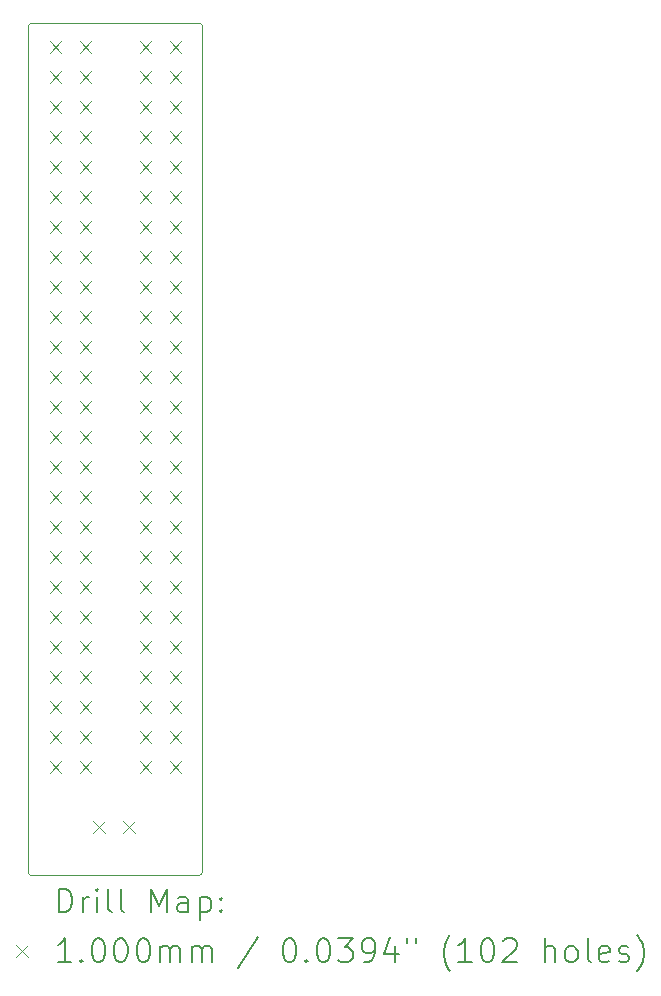
<source format=gbr>
%TF.GenerationSoftware,KiCad,Pcbnew,9.0.4*%
%TF.CreationDate,2025-11-09T10:18:44+13:00*%
%TF.ProjectId,AWS_CPU_Jumper,4157535f-4350-4555-9f4a-756d7065722e,rev?*%
%TF.SameCoordinates,Original*%
%TF.FileFunction,Drillmap*%
%TF.FilePolarity,Positive*%
%FSLAX45Y45*%
G04 Gerber Fmt 4.5, Leading zero omitted, Abs format (unit mm)*
G04 Created by KiCad (PCBNEW 9.0.4) date 2025-11-09 10:18:44*
%MOMM*%
%LPD*%
G01*
G04 APERTURE LIST*
%ADD10C,0.050000*%
%ADD11C,0.200000*%
%ADD12C,0.100000*%
G04 APERTURE END LIST*
D10*
X12242800Y-13614400D02*
G75*
G02*
X12217400Y-13589000I0J25400D01*
G01*
X13690600Y-13589000D02*
G75*
G02*
X13665200Y-13614400I-25400J0D01*
G01*
X12217400Y-6426200D02*
X12217400Y-13589000D01*
X12217400Y-6426200D02*
G75*
G02*
X12242800Y-6400800I25400J0D01*
G01*
X12242800Y-13614400D02*
X13665200Y-13614400D01*
X13690600Y-13589000D02*
X13690600Y-6426200D01*
X13665200Y-6400800D02*
X12242800Y-6400800D01*
X13665200Y-6400800D02*
G75*
G02*
X13690600Y-6426200I0J-25400D01*
G01*
D11*
D12*
X12396000Y-6554000D02*
X12496000Y-6654000D01*
X12496000Y-6554000D02*
X12396000Y-6654000D01*
X12396000Y-6808000D02*
X12496000Y-6908000D01*
X12496000Y-6808000D02*
X12396000Y-6908000D01*
X12396000Y-7062000D02*
X12496000Y-7162000D01*
X12496000Y-7062000D02*
X12396000Y-7162000D01*
X12396000Y-7316000D02*
X12496000Y-7416000D01*
X12496000Y-7316000D02*
X12396000Y-7416000D01*
X12396000Y-7570000D02*
X12496000Y-7670000D01*
X12496000Y-7570000D02*
X12396000Y-7670000D01*
X12396000Y-7824000D02*
X12496000Y-7924000D01*
X12496000Y-7824000D02*
X12396000Y-7924000D01*
X12396000Y-8078000D02*
X12496000Y-8178000D01*
X12496000Y-8078000D02*
X12396000Y-8178000D01*
X12396000Y-8332000D02*
X12496000Y-8432000D01*
X12496000Y-8332000D02*
X12396000Y-8432000D01*
X12396000Y-8586000D02*
X12496000Y-8686000D01*
X12496000Y-8586000D02*
X12396000Y-8686000D01*
X12396000Y-8840000D02*
X12496000Y-8940000D01*
X12496000Y-8840000D02*
X12396000Y-8940000D01*
X12396000Y-9094000D02*
X12496000Y-9194000D01*
X12496000Y-9094000D02*
X12396000Y-9194000D01*
X12396000Y-9348000D02*
X12496000Y-9448000D01*
X12496000Y-9348000D02*
X12396000Y-9448000D01*
X12396000Y-9602000D02*
X12496000Y-9702000D01*
X12496000Y-9602000D02*
X12396000Y-9702000D01*
X12396000Y-9856000D02*
X12496000Y-9956000D01*
X12496000Y-9856000D02*
X12396000Y-9956000D01*
X12396000Y-10110000D02*
X12496000Y-10210000D01*
X12496000Y-10110000D02*
X12396000Y-10210000D01*
X12396000Y-10364000D02*
X12496000Y-10464000D01*
X12496000Y-10364000D02*
X12396000Y-10464000D01*
X12396000Y-10618000D02*
X12496000Y-10718000D01*
X12496000Y-10618000D02*
X12396000Y-10718000D01*
X12396000Y-10872000D02*
X12496000Y-10972000D01*
X12496000Y-10872000D02*
X12396000Y-10972000D01*
X12396000Y-11126000D02*
X12496000Y-11226000D01*
X12496000Y-11126000D02*
X12396000Y-11226000D01*
X12396000Y-11380000D02*
X12496000Y-11480000D01*
X12496000Y-11380000D02*
X12396000Y-11480000D01*
X12396000Y-11634000D02*
X12496000Y-11734000D01*
X12496000Y-11634000D02*
X12396000Y-11734000D01*
X12396000Y-11888000D02*
X12496000Y-11988000D01*
X12496000Y-11888000D02*
X12396000Y-11988000D01*
X12396000Y-12142000D02*
X12496000Y-12242000D01*
X12496000Y-12142000D02*
X12396000Y-12242000D01*
X12396000Y-12396000D02*
X12496000Y-12496000D01*
X12496000Y-12396000D02*
X12396000Y-12496000D01*
X12396000Y-12650000D02*
X12496000Y-12750000D01*
X12496000Y-12650000D02*
X12396000Y-12750000D01*
X12650000Y-6554000D02*
X12750000Y-6654000D01*
X12750000Y-6554000D02*
X12650000Y-6654000D01*
X12650000Y-6808000D02*
X12750000Y-6908000D01*
X12750000Y-6808000D02*
X12650000Y-6908000D01*
X12650000Y-7062000D02*
X12750000Y-7162000D01*
X12750000Y-7062000D02*
X12650000Y-7162000D01*
X12650000Y-7316000D02*
X12750000Y-7416000D01*
X12750000Y-7316000D02*
X12650000Y-7416000D01*
X12650000Y-7570000D02*
X12750000Y-7670000D01*
X12750000Y-7570000D02*
X12650000Y-7670000D01*
X12650000Y-7824000D02*
X12750000Y-7924000D01*
X12750000Y-7824000D02*
X12650000Y-7924000D01*
X12650000Y-8078000D02*
X12750000Y-8178000D01*
X12750000Y-8078000D02*
X12650000Y-8178000D01*
X12650000Y-8332000D02*
X12750000Y-8432000D01*
X12750000Y-8332000D02*
X12650000Y-8432000D01*
X12650000Y-8586000D02*
X12750000Y-8686000D01*
X12750000Y-8586000D02*
X12650000Y-8686000D01*
X12650000Y-8840000D02*
X12750000Y-8940000D01*
X12750000Y-8840000D02*
X12650000Y-8940000D01*
X12650000Y-9094000D02*
X12750000Y-9194000D01*
X12750000Y-9094000D02*
X12650000Y-9194000D01*
X12650000Y-9348000D02*
X12750000Y-9448000D01*
X12750000Y-9348000D02*
X12650000Y-9448000D01*
X12650000Y-9602000D02*
X12750000Y-9702000D01*
X12750000Y-9602000D02*
X12650000Y-9702000D01*
X12650000Y-9856000D02*
X12750000Y-9956000D01*
X12750000Y-9856000D02*
X12650000Y-9956000D01*
X12650000Y-10110000D02*
X12750000Y-10210000D01*
X12750000Y-10110000D02*
X12650000Y-10210000D01*
X12650000Y-10364000D02*
X12750000Y-10464000D01*
X12750000Y-10364000D02*
X12650000Y-10464000D01*
X12650000Y-10618000D02*
X12750000Y-10718000D01*
X12750000Y-10618000D02*
X12650000Y-10718000D01*
X12650000Y-10872000D02*
X12750000Y-10972000D01*
X12750000Y-10872000D02*
X12650000Y-10972000D01*
X12650000Y-11126000D02*
X12750000Y-11226000D01*
X12750000Y-11126000D02*
X12650000Y-11226000D01*
X12650000Y-11380000D02*
X12750000Y-11480000D01*
X12750000Y-11380000D02*
X12650000Y-11480000D01*
X12650000Y-11634000D02*
X12750000Y-11734000D01*
X12750000Y-11634000D02*
X12650000Y-11734000D01*
X12650000Y-11888000D02*
X12750000Y-11988000D01*
X12750000Y-11888000D02*
X12650000Y-11988000D01*
X12650000Y-12142000D02*
X12750000Y-12242000D01*
X12750000Y-12142000D02*
X12650000Y-12242000D01*
X12650000Y-12396000D02*
X12750000Y-12496000D01*
X12750000Y-12396000D02*
X12650000Y-12496000D01*
X12650000Y-12650000D02*
X12750000Y-12750000D01*
X12750000Y-12650000D02*
X12650000Y-12750000D01*
X12766000Y-13158000D02*
X12866000Y-13258000D01*
X12866000Y-13158000D02*
X12766000Y-13258000D01*
X13020000Y-13158000D02*
X13120000Y-13258000D01*
X13120000Y-13158000D02*
X13020000Y-13258000D01*
X13158000Y-6554000D02*
X13258000Y-6654000D01*
X13258000Y-6554000D02*
X13158000Y-6654000D01*
X13158000Y-6808000D02*
X13258000Y-6908000D01*
X13258000Y-6808000D02*
X13158000Y-6908000D01*
X13158000Y-7062000D02*
X13258000Y-7162000D01*
X13258000Y-7062000D02*
X13158000Y-7162000D01*
X13158000Y-7316000D02*
X13258000Y-7416000D01*
X13258000Y-7316000D02*
X13158000Y-7416000D01*
X13158000Y-7570000D02*
X13258000Y-7670000D01*
X13258000Y-7570000D02*
X13158000Y-7670000D01*
X13158000Y-7824000D02*
X13258000Y-7924000D01*
X13258000Y-7824000D02*
X13158000Y-7924000D01*
X13158000Y-8078000D02*
X13258000Y-8178000D01*
X13258000Y-8078000D02*
X13158000Y-8178000D01*
X13158000Y-8332000D02*
X13258000Y-8432000D01*
X13258000Y-8332000D02*
X13158000Y-8432000D01*
X13158000Y-8586000D02*
X13258000Y-8686000D01*
X13258000Y-8586000D02*
X13158000Y-8686000D01*
X13158000Y-8840000D02*
X13258000Y-8940000D01*
X13258000Y-8840000D02*
X13158000Y-8940000D01*
X13158000Y-9094000D02*
X13258000Y-9194000D01*
X13258000Y-9094000D02*
X13158000Y-9194000D01*
X13158000Y-9348000D02*
X13258000Y-9448000D01*
X13258000Y-9348000D02*
X13158000Y-9448000D01*
X13158000Y-9602000D02*
X13258000Y-9702000D01*
X13258000Y-9602000D02*
X13158000Y-9702000D01*
X13158000Y-9856000D02*
X13258000Y-9956000D01*
X13258000Y-9856000D02*
X13158000Y-9956000D01*
X13158000Y-10110000D02*
X13258000Y-10210000D01*
X13258000Y-10110000D02*
X13158000Y-10210000D01*
X13158000Y-10364000D02*
X13258000Y-10464000D01*
X13258000Y-10364000D02*
X13158000Y-10464000D01*
X13158000Y-10618000D02*
X13258000Y-10718000D01*
X13258000Y-10618000D02*
X13158000Y-10718000D01*
X13158000Y-10872000D02*
X13258000Y-10972000D01*
X13258000Y-10872000D02*
X13158000Y-10972000D01*
X13158000Y-11126000D02*
X13258000Y-11226000D01*
X13258000Y-11126000D02*
X13158000Y-11226000D01*
X13158000Y-11380000D02*
X13258000Y-11480000D01*
X13258000Y-11380000D02*
X13158000Y-11480000D01*
X13158000Y-11634000D02*
X13258000Y-11734000D01*
X13258000Y-11634000D02*
X13158000Y-11734000D01*
X13158000Y-11888000D02*
X13258000Y-11988000D01*
X13258000Y-11888000D02*
X13158000Y-11988000D01*
X13158000Y-12142000D02*
X13258000Y-12242000D01*
X13258000Y-12142000D02*
X13158000Y-12242000D01*
X13158000Y-12396000D02*
X13258000Y-12496000D01*
X13258000Y-12396000D02*
X13158000Y-12496000D01*
X13158000Y-12650000D02*
X13258000Y-12750000D01*
X13258000Y-12650000D02*
X13158000Y-12750000D01*
X13412000Y-6554000D02*
X13512000Y-6654000D01*
X13512000Y-6554000D02*
X13412000Y-6654000D01*
X13412000Y-6808000D02*
X13512000Y-6908000D01*
X13512000Y-6808000D02*
X13412000Y-6908000D01*
X13412000Y-7062000D02*
X13512000Y-7162000D01*
X13512000Y-7062000D02*
X13412000Y-7162000D01*
X13412000Y-7316000D02*
X13512000Y-7416000D01*
X13512000Y-7316000D02*
X13412000Y-7416000D01*
X13412000Y-7570000D02*
X13512000Y-7670000D01*
X13512000Y-7570000D02*
X13412000Y-7670000D01*
X13412000Y-7824000D02*
X13512000Y-7924000D01*
X13512000Y-7824000D02*
X13412000Y-7924000D01*
X13412000Y-8078000D02*
X13512000Y-8178000D01*
X13512000Y-8078000D02*
X13412000Y-8178000D01*
X13412000Y-8332000D02*
X13512000Y-8432000D01*
X13512000Y-8332000D02*
X13412000Y-8432000D01*
X13412000Y-8586000D02*
X13512000Y-8686000D01*
X13512000Y-8586000D02*
X13412000Y-8686000D01*
X13412000Y-8840000D02*
X13512000Y-8940000D01*
X13512000Y-8840000D02*
X13412000Y-8940000D01*
X13412000Y-9094000D02*
X13512000Y-9194000D01*
X13512000Y-9094000D02*
X13412000Y-9194000D01*
X13412000Y-9348000D02*
X13512000Y-9448000D01*
X13512000Y-9348000D02*
X13412000Y-9448000D01*
X13412000Y-9602000D02*
X13512000Y-9702000D01*
X13512000Y-9602000D02*
X13412000Y-9702000D01*
X13412000Y-9856000D02*
X13512000Y-9956000D01*
X13512000Y-9856000D02*
X13412000Y-9956000D01*
X13412000Y-10110000D02*
X13512000Y-10210000D01*
X13512000Y-10110000D02*
X13412000Y-10210000D01*
X13412000Y-10364000D02*
X13512000Y-10464000D01*
X13512000Y-10364000D02*
X13412000Y-10464000D01*
X13412000Y-10618000D02*
X13512000Y-10718000D01*
X13512000Y-10618000D02*
X13412000Y-10718000D01*
X13412000Y-10872000D02*
X13512000Y-10972000D01*
X13512000Y-10872000D02*
X13412000Y-10972000D01*
X13412000Y-11126000D02*
X13512000Y-11226000D01*
X13512000Y-11126000D02*
X13412000Y-11226000D01*
X13412000Y-11380000D02*
X13512000Y-11480000D01*
X13512000Y-11380000D02*
X13412000Y-11480000D01*
X13412000Y-11634000D02*
X13512000Y-11734000D01*
X13512000Y-11634000D02*
X13412000Y-11734000D01*
X13412000Y-11888000D02*
X13512000Y-11988000D01*
X13512000Y-11888000D02*
X13412000Y-11988000D01*
X13412000Y-12142000D02*
X13512000Y-12242000D01*
X13512000Y-12142000D02*
X13412000Y-12242000D01*
X13412000Y-12396000D02*
X13512000Y-12496000D01*
X13512000Y-12396000D02*
X13412000Y-12496000D01*
X13412000Y-12650000D02*
X13512000Y-12750000D01*
X13512000Y-12650000D02*
X13412000Y-12750000D01*
D11*
X12475677Y-13928384D02*
X12475677Y-13728384D01*
X12475677Y-13728384D02*
X12523296Y-13728384D01*
X12523296Y-13728384D02*
X12551867Y-13737908D01*
X12551867Y-13737908D02*
X12570915Y-13756955D01*
X12570915Y-13756955D02*
X12580439Y-13776003D01*
X12580439Y-13776003D02*
X12589962Y-13814098D01*
X12589962Y-13814098D02*
X12589962Y-13842669D01*
X12589962Y-13842669D02*
X12580439Y-13880765D01*
X12580439Y-13880765D02*
X12570915Y-13899812D01*
X12570915Y-13899812D02*
X12551867Y-13918860D01*
X12551867Y-13918860D02*
X12523296Y-13928384D01*
X12523296Y-13928384D02*
X12475677Y-13928384D01*
X12675677Y-13928384D02*
X12675677Y-13795050D01*
X12675677Y-13833146D02*
X12685201Y-13814098D01*
X12685201Y-13814098D02*
X12694724Y-13804574D01*
X12694724Y-13804574D02*
X12713772Y-13795050D01*
X12713772Y-13795050D02*
X12732820Y-13795050D01*
X12799486Y-13928384D02*
X12799486Y-13795050D01*
X12799486Y-13728384D02*
X12789962Y-13737908D01*
X12789962Y-13737908D02*
X12799486Y-13747431D01*
X12799486Y-13747431D02*
X12809010Y-13737908D01*
X12809010Y-13737908D02*
X12799486Y-13728384D01*
X12799486Y-13728384D02*
X12799486Y-13747431D01*
X12923296Y-13928384D02*
X12904248Y-13918860D01*
X12904248Y-13918860D02*
X12894724Y-13899812D01*
X12894724Y-13899812D02*
X12894724Y-13728384D01*
X13028058Y-13928384D02*
X13009010Y-13918860D01*
X13009010Y-13918860D02*
X12999486Y-13899812D01*
X12999486Y-13899812D02*
X12999486Y-13728384D01*
X13256629Y-13928384D02*
X13256629Y-13728384D01*
X13256629Y-13728384D02*
X13323296Y-13871241D01*
X13323296Y-13871241D02*
X13389962Y-13728384D01*
X13389962Y-13728384D02*
X13389962Y-13928384D01*
X13570915Y-13928384D02*
X13570915Y-13823622D01*
X13570915Y-13823622D02*
X13561391Y-13804574D01*
X13561391Y-13804574D02*
X13542343Y-13795050D01*
X13542343Y-13795050D02*
X13504248Y-13795050D01*
X13504248Y-13795050D02*
X13485201Y-13804574D01*
X13570915Y-13918860D02*
X13551867Y-13928384D01*
X13551867Y-13928384D02*
X13504248Y-13928384D01*
X13504248Y-13928384D02*
X13485201Y-13918860D01*
X13485201Y-13918860D02*
X13475677Y-13899812D01*
X13475677Y-13899812D02*
X13475677Y-13880765D01*
X13475677Y-13880765D02*
X13485201Y-13861717D01*
X13485201Y-13861717D02*
X13504248Y-13852193D01*
X13504248Y-13852193D02*
X13551867Y-13852193D01*
X13551867Y-13852193D02*
X13570915Y-13842669D01*
X13666153Y-13795050D02*
X13666153Y-13995050D01*
X13666153Y-13804574D02*
X13685201Y-13795050D01*
X13685201Y-13795050D02*
X13723296Y-13795050D01*
X13723296Y-13795050D02*
X13742343Y-13804574D01*
X13742343Y-13804574D02*
X13751867Y-13814098D01*
X13751867Y-13814098D02*
X13761391Y-13833146D01*
X13761391Y-13833146D02*
X13761391Y-13890288D01*
X13761391Y-13890288D02*
X13751867Y-13909336D01*
X13751867Y-13909336D02*
X13742343Y-13918860D01*
X13742343Y-13918860D02*
X13723296Y-13928384D01*
X13723296Y-13928384D02*
X13685201Y-13928384D01*
X13685201Y-13928384D02*
X13666153Y-13918860D01*
X13847105Y-13909336D02*
X13856629Y-13918860D01*
X13856629Y-13918860D02*
X13847105Y-13928384D01*
X13847105Y-13928384D02*
X13837582Y-13918860D01*
X13837582Y-13918860D02*
X13847105Y-13909336D01*
X13847105Y-13909336D02*
X13847105Y-13928384D01*
X13847105Y-13804574D02*
X13856629Y-13814098D01*
X13856629Y-13814098D02*
X13847105Y-13823622D01*
X13847105Y-13823622D02*
X13837582Y-13814098D01*
X13837582Y-13814098D02*
X13847105Y-13804574D01*
X13847105Y-13804574D02*
X13847105Y-13823622D01*
D12*
X12114900Y-14206900D02*
X12214900Y-14306900D01*
X12214900Y-14206900D02*
X12114900Y-14306900D01*
D11*
X12580439Y-14348384D02*
X12466153Y-14348384D01*
X12523296Y-14348384D02*
X12523296Y-14148384D01*
X12523296Y-14148384D02*
X12504248Y-14176955D01*
X12504248Y-14176955D02*
X12485201Y-14196003D01*
X12485201Y-14196003D02*
X12466153Y-14205527D01*
X12666153Y-14329336D02*
X12675677Y-14338860D01*
X12675677Y-14338860D02*
X12666153Y-14348384D01*
X12666153Y-14348384D02*
X12656629Y-14338860D01*
X12656629Y-14338860D02*
X12666153Y-14329336D01*
X12666153Y-14329336D02*
X12666153Y-14348384D01*
X12799486Y-14148384D02*
X12818534Y-14148384D01*
X12818534Y-14148384D02*
X12837582Y-14157908D01*
X12837582Y-14157908D02*
X12847105Y-14167431D01*
X12847105Y-14167431D02*
X12856629Y-14186479D01*
X12856629Y-14186479D02*
X12866153Y-14224574D01*
X12866153Y-14224574D02*
X12866153Y-14272193D01*
X12866153Y-14272193D02*
X12856629Y-14310288D01*
X12856629Y-14310288D02*
X12847105Y-14329336D01*
X12847105Y-14329336D02*
X12837582Y-14338860D01*
X12837582Y-14338860D02*
X12818534Y-14348384D01*
X12818534Y-14348384D02*
X12799486Y-14348384D01*
X12799486Y-14348384D02*
X12780439Y-14338860D01*
X12780439Y-14338860D02*
X12770915Y-14329336D01*
X12770915Y-14329336D02*
X12761391Y-14310288D01*
X12761391Y-14310288D02*
X12751867Y-14272193D01*
X12751867Y-14272193D02*
X12751867Y-14224574D01*
X12751867Y-14224574D02*
X12761391Y-14186479D01*
X12761391Y-14186479D02*
X12770915Y-14167431D01*
X12770915Y-14167431D02*
X12780439Y-14157908D01*
X12780439Y-14157908D02*
X12799486Y-14148384D01*
X12989962Y-14148384D02*
X13009010Y-14148384D01*
X13009010Y-14148384D02*
X13028058Y-14157908D01*
X13028058Y-14157908D02*
X13037582Y-14167431D01*
X13037582Y-14167431D02*
X13047105Y-14186479D01*
X13047105Y-14186479D02*
X13056629Y-14224574D01*
X13056629Y-14224574D02*
X13056629Y-14272193D01*
X13056629Y-14272193D02*
X13047105Y-14310288D01*
X13047105Y-14310288D02*
X13037582Y-14329336D01*
X13037582Y-14329336D02*
X13028058Y-14338860D01*
X13028058Y-14338860D02*
X13009010Y-14348384D01*
X13009010Y-14348384D02*
X12989962Y-14348384D01*
X12989962Y-14348384D02*
X12970915Y-14338860D01*
X12970915Y-14338860D02*
X12961391Y-14329336D01*
X12961391Y-14329336D02*
X12951867Y-14310288D01*
X12951867Y-14310288D02*
X12942343Y-14272193D01*
X12942343Y-14272193D02*
X12942343Y-14224574D01*
X12942343Y-14224574D02*
X12951867Y-14186479D01*
X12951867Y-14186479D02*
X12961391Y-14167431D01*
X12961391Y-14167431D02*
X12970915Y-14157908D01*
X12970915Y-14157908D02*
X12989962Y-14148384D01*
X13180439Y-14148384D02*
X13199486Y-14148384D01*
X13199486Y-14148384D02*
X13218534Y-14157908D01*
X13218534Y-14157908D02*
X13228058Y-14167431D01*
X13228058Y-14167431D02*
X13237582Y-14186479D01*
X13237582Y-14186479D02*
X13247105Y-14224574D01*
X13247105Y-14224574D02*
X13247105Y-14272193D01*
X13247105Y-14272193D02*
X13237582Y-14310288D01*
X13237582Y-14310288D02*
X13228058Y-14329336D01*
X13228058Y-14329336D02*
X13218534Y-14338860D01*
X13218534Y-14338860D02*
X13199486Y-14348384D01*
X13199486Y-14348384D02*
X13180439Y-14348384D01*
X13180439Y-14348384D02*
X13161391Y-14338860D01*
X13161391Y-14338860D02*
X13151867Y-14329336D01*
X13151867Y-14329336D02*
X13142343Y-14310288D01*
X13142343Y-14310288D02*
X13132820Y-14272193D01*
X13132820Y-14272193D02*
X13132820Y-14224574D01*
X13132820Y-14224574D02*
X13142343Y-14186479D01*
X13142343Y-14186479D02*
X13151867Y-14167431D01*
X13151867Y-14167431D02*
X13161391Y-14157908D01*
X13161391Y-14157908D02*
X13180439Y-14148384D01*
X13332820Y-14348384D02*
X13332820Y-14215050D01*
X13332820Y-14234098D02*
X13342343Y-14224574D01*
X13342343Y-14224574D02*
X13361391Y-14215050D01*
X13361391Y-14215050D02*
X13389963Y-14215050D01*
X13389963Y-14215050D02*
X13409010Y-14224574D01*
X13409010Y-14224574D02*
X13418534Y-14243622D01*
X13418534Y-14243622D02*
X13418534Y-14348384D01*
X13418534Y-14243622D02*
X13428058Y-14224574D01*
X13428058Y-14224574D02*
X13447105Y-14215050D01*
X13447105Y-14215050D02*
X13475677Y-14215050D01*
X13475677Y-14215050D02*
X13494724Y-14224574D01*
X13494724Y-14224574D02*
X13504248Y-14243622D01*
X13504248Y-14243622D02*
X13504248Y-14348384D01*
X13599486Y-14348384D02*
X13599486Y-14215050D01*
X13599486Y-14234098D02*
X13609010Y-14224574D01*
X13609010Y-14224574D02*
X13628058Y-14215050D01*
X13628058Y-14215050D02*
X13656629Y-14215050D01*
X13656629Y-14215050D02*
X13675677Y-14224574D01*
X13675677Y-14224574D02*
X13685201Y-14243622D01*
X13685201Y-14243622D02*
X13685201Y-14348384D01*
X13685201Y-14243622D02*
X13694724Y-14224574D01*
X13694724Y-14224574D02*
X13713772Y-14215050D01*
X13713772Y-14215050D02*
X13742343Y-14215050D01*
X13742343Y-14215050D02*
X13761391Y-14224574D01*
X13761391Y-14224574D02*
X13770915Y-14243622D01*
X13770915Y-14243622D02*
X13770915Y-14348384D01*
X14161391Y-14138860D02*
X13989963Y-14396003D01*
X14418534Y-14148384D02*
X14437582Y-14148384D01*
X14437582Y-14148384D02*
X14456629Y-14157908D01*
X14456629Y-14157908D02*
X14466153Y-14167431D01*
X14466153Y-14167431D02*
X14475677Y-14186479D01*
X14475677Y-14186479D02*
X14485201Y-14224574D01*
X14485201Y-14224574D02*
X14485201Y-14272193D01*
X14485201Y-14272193D02*
X14475677Y-14310288D01*
X14475677Y-14310288D02*
X14466153Y-14329336D01*
X14466153Y-14329336D02*
X14456629Y-14338860D01*
X14456629Y-14338860D02*
X14437582Y-14348384D01*
X14437582Y-14348384D02*
X14418534Y-14348384D01*
X14418534Y-14348384D02*
X14399486Y-14338860D01*
X14399486Y-14338860D02*
X14389963Y-14329336D01*
X14389963Y-14329336D02*
X14380439Y-14310288D01*
X14380439Y-14310288D02*
X14370915Y-14272193D01*
X14370915Y-14272193D02*
X14370915Y-14224574D01*
X14370915Y-14224574D02*
X14380439Y-14186479D01*
X14380439Y-14186479D02*
X14389963Y-14167431D01*
X14389963Y-14167431D02*
X14399486Y-14157908D01*
X14399486Y-14157908D02*
X14418534Y-14148384D01*
X14570915Y-14329336D02*
X14580439Y-14338860D01*
X14580439Y-14338860D02*
X14570915Y-14348384D01*
X14570915Y-14348384D02*
X14561391Y-14338860D01*
X14561391Y-14338860D02*
X14570915Y-14329336D01*
X14570915Y-14329336D02*
X14570915Y-14348384D01*
X14704248Y-14148384D02*
X14723296Y-14148384D01*
X14723296Y-14148384D02*
X14742344Y-14157908D01*
X14742344Y-14157908D02*
X14751867Y-14167431D01*
X14751867Y-14167431D02*
X14761391Y-14186479D01*
X14761391Y-14186479D02*
X14770915Y-14224574D01*
X14770915Y-14224574D02*
X14770915Y-14272193D01*
X14770915Y-14272193D02*
X14761391Y-14310288D01*
X14761391Y-14310288D02*
X14751867Y-14329336D01*
X14751867Y-14329336D02*
X14742344Y-14338860D01*
X14742344Y-14338860D02*
X14723296Y-14348384D01*
X14723296Y-14348384D02*
X14704248Y-14348384D01*
X14704248Y-14348384D02*
X14685201Y-14338860D01*
X14685201Y-14338860D02*
X14675677Y-14329336D01*
X14675677Y-14329336D02*
X14666153Y-14310288D01*
X14666153Y-14310288D02*
X14656629Y-14272193D01*
X14656629Y-14272193D02*
X14656629Y-14224574D01*
X14656629Y-14224574D02*
X14666153Y-14186479D01*
X14666153Y-14186479D02*
X14675677Y-14167431D01*
X14675677Y-14167431D02*
X14685201Y-14157908D01*
X14685201Y-14157908D02*
X14704248Y-14148384D01*
X14837582Y-14148384D02*
X14961391Y-14148384D01*
X14961391Y-14148384D02*
X14894725Y-14224574D01*
X14894725Y-14224574D02*
X14923296Y-14224574D01*
X14923296Y-14224574D02*
X14942344Y-14234098D01*
X14942344Y-14234098D02*
X14951867Y-14243622D01*
X14951867Y-14243622D02*
X14961391Y-14262669D01*
X14961391Y-14262669D02*
X14961391Y-14310288D01*
X14961391Y-14310288D02*
X14951867Y-14329336D01*
X14951867Y-14329336D02*
X14942344Y-14338860D01*
X14942344Y-14338860D02*
X14923296Y-14348384D01*
X14923296Y-14348384D02*
X14866153Y-14348384D01*
X14866153Y-14348384D02*
X14847106Y-14338860D01*
X14847106Y-14338860D02*
X14837582Y-14329336D01*
X15056629Y-14348384D02*
X15094725Y-14348384D01*
X15094725Y-14348384D02*
X15113772Y-14338860D01*
X15113772Y-14338860D02*
X15123296Y-14329336D01*
X15123296Y-14329336D02*
X15142344Y-14300765D01*
X15142344Y-14300765D02*
X15151867Y-14262669D01*
X15151867Y-14262669D02*
X15151867Y-14186479D01*
X15151867Y-14186479D02*
X15142344Y-14167431D01*
X15142344Y-14167431D02*
X15132820Y-14157908D01*
X15132820Y-14157908D02*
X15113772Y-14148384D01*
X15113772Y-14148384D02*
X15075677Y-14148384D01*
X15075677Y-14148384D02*
X15056629Y-14157908D01*
X15056629Y-14157908D02*
X15047106Y-14167431D01*
X15047106Y-14167431D02*
X15037582Y-14186479D01*
X15037582Y-14186479D02*
X15037582Y-14234098D01*
X15037582Y-14234098D02*
X15047106Y-14253146D01*
X15047106Y-14253146D02*
X15056629Y-14262669D01*
X15056629Y-14262669D02*
X15075677Y-14272193D01*
X15075677Y-14272193D02*
X15113772Y-14272193D01*
X15113772Y-14272193D02*
X15132820Y-14262669D01*
X15132820Y-14262669D02*
X15142344Y-14253146D01*
X15142344Y-14253146D02*
X15151867Y-14234098D01*
X15323296Y-14215050D02*
X15323296Y-14348384D01*
X15275677Y-14138860D02*
X15228058Y-14281717D01*
X15228058Y-14281717D02*
X15351867Y-14281717D01*
X15418534Y-14148384D02*
X15418534Y-14186479D01*
X15494725Y-14148384D02*
X15494725Y-14186479D01*
X15789963Y-14424574D02*
X15780439Y-14415050D01*
X15780439Y-14415050D02*
X15761391Y-14386479D01*
X15761391Y-14386479D02*
X15751868Y-14367431D01*
X15751868Y-14367431D02*
X15742344Y-14338860D01*
X15742344Y-14338860D02*
X15732820Y-14291241D01*
X15732820Y-14291241D02*
X15732820Y-14253146D01*
X15732820Y-14253146D02*
X15742344Y-14205527D01*
X15742344Y-14205527D02*
X15751868Y-14176955D01*
X15751868Y-14176955D02*
X15761391Y-14157908D01*
X15761391Y-14157908D02*
X15780439Y-14129336D01*
X15780439Y-14129336D02*
X15789963Y-14119812D01*
X15970915Y-14348384D02*
X15856629Y-14348384D01*
X15913772Y-14348384D02*
X15913772Y-14148384D01*
X15913772Y-14148384D02*
X15894725Y-14176955D01*
X15894725Y-14176955D02*
X15875677Y-14196003D01*
X15875677Y-14196003D02*
X15856629Y-14205527D01*
X16094725Y-14148384D02*
X16113772Y-14148384D01*
X16113772Y-14148384D02*
X16132820Y-14157908D01*
X16132820Y-14157908D02*
X16142344Y-14167431D01*
X16142344Y-14167431D02*
X16151868Y-14186479D01*
X16151868Y-14186479D02*
X16161391Y-14224574D01*
X16161391Y-14224574D02*
X16161391Y-14272193D01*
X16161391Y-14272193D02*
X16151868Y-14310288D01*
X16151868Y-14310288D02*
X16142344Y-14329336D01*
X16142344Y-14329336D02*
X16132820Y-14338860D01*
X16132820Y-14338860D02*
X16113772Y-14348384D01*
X16113772Y-14348384D02*
X16094725Y-14348384D01*
X16094725Y-14348384D02*
X16075677Y-14338860D01*
X16075677Y-14338860D02*
X16066153Y-14329336D01*
X16066153Y-14329336D02*
X16056629Y-14310288D01*
X16056629Y-14310288D02*
X16047106Y-14272193D01*
X16047106Y-14272193D02*
X16047106Y-14224574D01*
X16047106Y-14224574D02*
X16056629Y-14186479D01*
X16056629Y-14186479D02*
X16066153Y-14167431D01*
X16066153Y-14167431D02*
X16075677Y-14157908D01*
X16075677Y-14157908D02*
X16094725Y-14148384D01*
X16237582Y-14167431D02*
X16247106Y-14157908D01*
X16247106Y-14157908D02*
X16266153Y-14148384D01*
X16266153Y-14148384D02*
X16313772Y-14148384D01*
X16313772Y-14148384D02*
X16332820Y-14157908D01*
X16332820Y-14157908D02*
X16342344Y-14167431D01*
X16342344Y-14167431D02*
X16351868Y-14186479D01*
X16351868Y-14186479D02*
X16351868Y-14205527D01*
X16351868Y-14205527D02*
X16342344Y-14234098D01*
X16342344Y-14234098D02*
X16228058Y-14348384D01*
X16228058Y-14348384D02*
X16351868Y-14348384D01*
X16589963Y-14348384D02*
X16589963Y-14148384D01*
X16675677Y-14348384D02*
X16675677Y-14243622D01*
X16675677Y-14243622D02*
X16666153Y-14224574D01*
X16666153Y-14224574D02*
X16647106Y-14215050D01*
X16647106Y-14215050D02*
X16618534Y-14215050D01*
X16618534Y-14215050D02*
X16599487Y-14224574D01*
X16599487Y-14224574D02*
X16589963Y-14234098D01*
X16799487Y-14348384D02*
X16780439Y-14338860D01*
X16780439Y-14338860D02*
X16770915Y-14329336D01*
X16770915Y-14329336D02*
X16761391Y-14310288D01*
X16761391Y-14310288D02*
X16761391Y-14253146D01*
X16761391Y-14253146D02*
X16770915Y-14234098D01*
X16770915Y-14234098D02*
X16780439Y-14224574D01*
X16780439Y-14224574D02*
X16799487Y-14215050D01*
X16799487Y-14215050D02*
X16828058Y-14215050D01*
X16828058Y-14215050D02*
X16847106Y-14224574D01*
X16847106Y-14224574D02*
X16856630Y-14234098D01*
X16856630Y-14234098D02*
X16866153Y-14253146D01*
X16866153Y-14253146D02*
X16866153Y-14310288D01*
X16866153Y-14310288D02*
X16856630Y-14329336D01*
X16856630Y-14329336D02*
X16847106Y-14338860D01*
X16847106Y-14338860D02*
X16828058Y-14348384D01*
X16828058Y-14348384D02*
X16799487Y-14348384D01*
X16980439Y-14348384D02*
X16961392Y-14338860D01*
X16961392Y-14338860D02*
X16951868Y-14319812D01*
X16951868Y-14319812D02*
X16951868Y-14148384D01*
X17132820Y-14338860D02*
X17113773Y-14348384D01*
X17113773Y-14348384D02*
X17075677Y-14348384D01*
X17075677Y-14348384D02*
X17056630Y-14338860D01*
X17056630Y-14338860D02*
X17047106Y-14319812D01*
X17047106Y-14319812D02*
X17047106Y-14243622D01*
X17047106Y-14243622D02*
X17056630Y-14224574D01*
X17056630Y-14224574D02*
X17075677Y-14215050D01*
X17075677Y-14215050D02*
X17113773Y-14215050D01*
X17113773Y-14215050D02*
X17132820Y-14224574D01*
X17132820Y-14224574D02*
X17142344Y-14243622D01*
X17142344Y-14243622D02*
X17142344Y-14262669D01*
X17142344Y-14262669D02*
X17047106Y-14281717D01*
X17218534Y-14338860D02*
X17237582Y-14348384D01*
X17237582Y-14348384D02*
X17275677Y-14348384D01*
X17275677Y-14348384D02*
X17294725Y-14338860D01*
X17294725Y-14338860D02*
X17304249Y-14319812D01*
X17304249Y-14319812D02*
X17304249Y-14310288D01*
X17304249Y-14310288D02*
X17294725Y-14291241D01*
X17294725Y-14291241D02*
X17275677Y-14281717D01*
X17275677Y-14281717D02*
X17247106Y-14281717D01*
X17247106Y-14281717D02*
X17228058Y-14272193D01*
X17228058Y-14272193D02*
X17218534Y-14253146D01*
X17218534Y-14253146D02*
X17218534Y-14243622D01*
X17218534Y-14243622D02*
X17228058Y-14224574D01*
X17228058Y-14224574D02*
X17247106Y-14215050D01*
X17247106Y-14215050D02*
X17275677Y-14215050D01*
X17275677Y-14215050D02*
X17294725Y-14224574D01*
X17370915Y-14424574D02*
X17380439Y-14415050D01*
X17380439Y-14415050D02*
X17399487Y-14386479D01*
X17399487Y-14386479D02*
X17409011Y-14367431D01*
X17409011Y-14367431D02*
X17418534Y-14338860D01*
X17418534Y-14338860D02*
X17428058Y-14291241D01*
X17428058Y-14291241D02*
X17428058Y-14253146D01*
X17428058Y-14253146D02*
X17418534Y-14205527D01*
X17418534Y-14205527D02*
X17409011Y-14176955D01*
X17409011Y-14176955D02*
X17399487Y-14157908D01*
X17399487Y-14157908D02*
X17380439Y-14129336D01*
X17380439Y-14129336D02*
X17370915Y-14119812D01*
M02*

</source>
